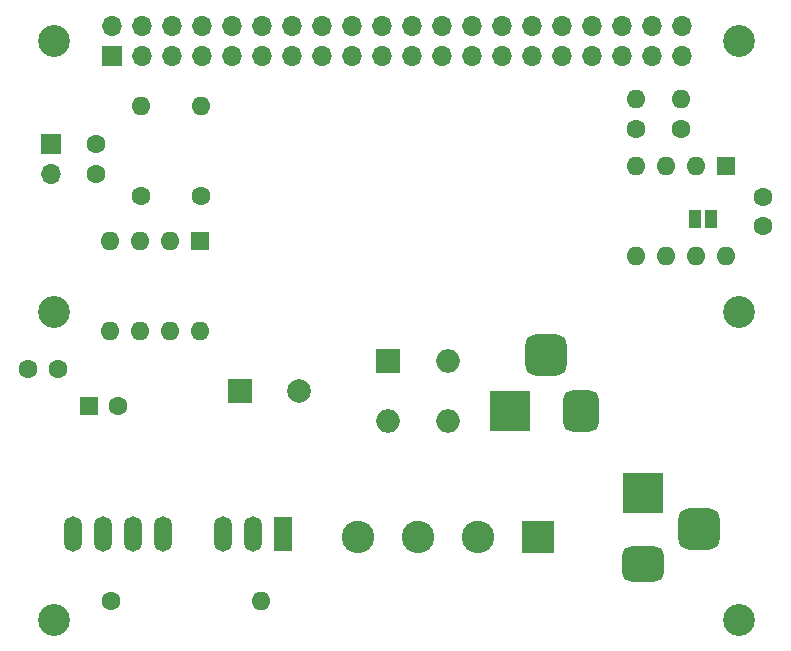
<source format=gbr>
G04 #@! TF.GenerationSoftware,KiCad,Pcbnew,7.0.10*
G04 #@! TF.CreationDate,2024-02-17T13:37:08-08:00*
G04 #@! TF.ProjectId,rpi-simplex-clock-hat,7270692d-7369-46d7-906c-65782d636c6f,1*
G04 #@! TF.SameCoordinates,Original*
G04 #@! TF.FileFunction,Soldermask,Bot*
G04 #@! TF.FilePolarity,Negative*
%FSLAX46Y46*%
G04 Gerber Fmt 4.6, Leading zero omitted, Abs format (unit mm)*
G04 Created by KiCad (PCBNEW 7.0.10) date 2024-02-17 13:37:08*
%MOMM*%
%LPD*%
G01*
G04 APERTURE LIST*
G04 Aperture macros list*
%AMRoundRect*
0 Rectangle with rounded corners*
0 $1 Rounding radius*
0 $2 $3 $4 $5 $6 $7 $8 $9 X,Y pos of 4 corners*
0 Add a 4 corners polygon primitive as box body*
4,1,4,$2,$3,$4,$5,$6,$7,$8,$9,$2,$3,0*
0 Add four circle primitives for the rounded corners*
1,1,$1+$1,$2,$3*
1,1,$1+$1,$4,$5*
1,1,$1+$1,$6,$7*
1,1,$1+$1,$8,$9*
0 Add four rect primitives between the rounded corners*
20,1,$1+$1,$2,$3,$4,$5,0*
20,1,$1+$1,$4,$5,$6,$7,0*
20,1,$1+$1,$6,$7,$8,$9,0*
20,1,$1+$1,$8,$9,$2,$3,0*%
G04 Aperture macros list end*
%ADD10R,3.500000X3.500000*%
%ADD11RoundRect,0.750000X0.750000X1.000000X-0.750000X1.000000X-0.750000X-1.000000X0.750000X-1.000000X0*%
%ADD12RoundRect,0.875000X0.875000X0.875000X-0.875000X0.875000X-0.875000X-0.875000X0.875000X-0.875000X0*%
%ADD13O,2.000000X2.000000*%
%ADD14R,2.000000X2.000000*%
%ADD15C,1.600000*%
%ADD16O,1.600000X1.600000*%
%ADD17C,2.700000*%
%ADD18R,1.500000X3.000000*%
%ADD19O,1.500000X3.000000*%
%ADD20RoundRect,0.102000X1.275000X1.275000X-1.275000X1.275000X-1.275000X-1.275000X1.275000X-1.275000X0*%
%ADD21C,2.754000*%
%ADD22C,2.000000*%
%ADD23R,1.600000X1.600000*%
%ADD24R,1.700000X1.700000*%
%ADD25O,1.700000X1.700000*%
%ADD26RoundRect,0.750000X1.000000X-0.750000X1.000000X0.750000X-1.000000X0.750000X-1.000000X-0.750000X0*%
%ADD27RoundRect,0.875000X0.875000X-0.875000X0.875000X0.875000X-0.875000X0.875000X-0.875000X-0.875000X0*%
%ADD28R,1.000000X1.500000*%
G04 APERTURE END LIST*
D10*
X142085000Y-78791000D03*
D11*
X148085000Y-78791000D03*
D12*
X145085000Y-74091000D03*
D13*
X136830000Y-74600000D03*
X136830000Y-79680000D03*
X131750000Y-79680000D03*
D14*
X131750000Y-74600000D03*
D15*
X156515000Y-54915000D03*
D16*
X156515000Y-52375000D03*
D15*
X152705000Y-54915000D03*
D16*
X152705000Y-52375000D03*
D17*
X161500000Y-70450000D03*
X103500000Y-70450000D03*
D18*
X122860000Y-89205000D03*
D19*
X120320000Y-89205000D03*
X117780000Y-89205000D03*
X112700000Y-89205000D03*
X110160000Y-89205000D03*
X107620000Y-89205000D03*
X105080000Y-89205000D03*
D20*
X144450000Y-89477500D03*
D21*
X139370000Y-89477500D03*
X134290000Y-89477500D03*
X129210000Y-89477500D03*
D15*
X101290000Y-75235000D03*
X103790000Y-75235000D03*
D22*
X124222323Y-77140000D03*
D14*
X119222323Y-77140000D03*
D15*
X106985000Y-56185000D03*
X106985000Y-58685000D03*
D23*
X115865000Y-64440000D03*
D16*
X113325000Y-64440000D03*
X110785000Y-64440000D03*
X108245000Y-64440000D03*
X108245000Y-72060000D03*
X110785000Y-72060000D03*
X113325000Y-72060000D03*
X115865000Y-72060000D03*
D15*
X108255000Y-94920000D03*
D16*
X120955000Y-94920000D03*
D24*
X103175000Y-56185000D03*
D25*
X103175000Y-58725000D03*
D17*
X103500000Y-96450000D03*
X103500000Y-47450000D03*
X161500000Y-96450000D03*
D15*
X115875000Y-60630000D03*
D16*
X115875000Y-53010000D03*
D17*
X161500000Y-47450000D03*
D15*
X163500000Y-63150000D03*
X163500000Y-60650000D03*
D23*
X160325000Y-58090000D03*
D16*
X157785000Y-58090000D03*
X155245000Y-58090000D03*
X152705000Y-58090000D03*
X152705000Y-65710000D03*
X155245000Y-65710000D03*
X157785000Y-65710000D03*
X160325000Y-65710000D03*
X110795000Y-53010000D03*
D15*
X110795000Y-60630000D03*
D10*
X153340000Y-85745000D03*
D26*
X153340000Y-91745000D03*
D27*
X158040000Y-88745000D03*
D23*
X106390000Y-78410000D03*
D15*
X108890000Y-78410000D03*
D24*
X108370000Y-48720000D03*
D25*
X108370000Y-46180000D03*
X110910000Y-48720000D03*
X110910000Y-46180000D03*
X113450000Y-48720000D03*
X113450000Y-46180000D03*
X115990000Y-48720000D03*
X115990000Y-46180000D03*
X118530000Y-48720000D03*
X118530000Y-46180000D03*
X121070000Y-48720000D03*
X121070000Y-46180000D03*
X123610000Y-48720000D03*
X123610000Y-46180000D03*
X126150000Y-48720000D03*
X126150000Y-46180000D03*
X128690000Y-48720000D03*
X128690000Y-46180000D03*
X131230000Y-48720000D03*
X131230000Y-46180000D03*
X133770000Y-48720000D03*
X133770000Y-46180000D03*
X136310000Y-48720000D03*
X136310000Y-46180000D03*
X138850000Y-48720000D03*
X138850000Y-46180000D03*
X141390000Y-48720000D03*
X141390000Y-46180000D03*
X143930000Y-48720000D03*
X143930000Y-46180000D03*
X146470000Y-48720000D03*
X146470000Y-46180000D03*
X149010000Y-48720000D03*
X149010000Y-46180000D03*
X151550000Y-48720000D03*
X151550000Y-46180000D03*
X154090000Y-48720000D03*
X154090000Y-46180000D03*
X156630000Y-48720000D03*
X156630000Y-46180000D03*
D28*
X157770000Y-62535000D03*
X159070000Y-62535000D03*
M02*

</source>
